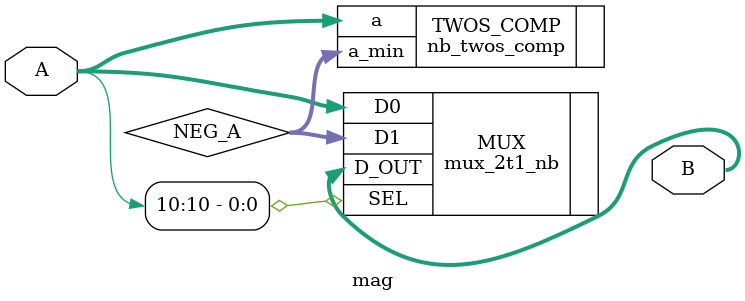
<source format=v>
module mag(
    input [10:0] A,
    output [10:0] B
    );
    
    //Set up internal wiring
    wire [10:0] NEG_A;
    
    //Generate the negative of the input A
    nb_twos_comp #(.n(11)) TWOS_COMP (
        .a (A),
        .a_min (NEG_A)     );
        
    //The sign bit of the input determines if A or NEG_A will be the output    
    mux_2t1_nb #(.n(11)) MUX (
        .SEL (A[10]),
        .D0 (A),
        .D1 (NEG_A),
        .D_OUT (B)        );
        
endmodule
</source>
